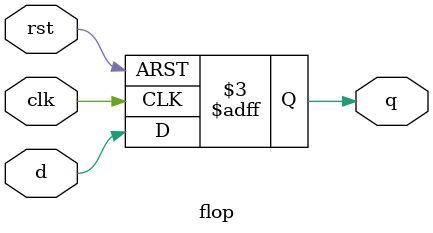
<source format=v>

module flop #(parameter width = 1) (
    input  wire               clk,
    input  wire               rst,
    input  wire [width-1 : 0] d,
    output reg  [width-1 : 0] q
);

always@(posedge clk or negedge rst) begin
    if(!rst)
        q <= 'b0;
    else
        q <= d;
end

endmodule
</source>
